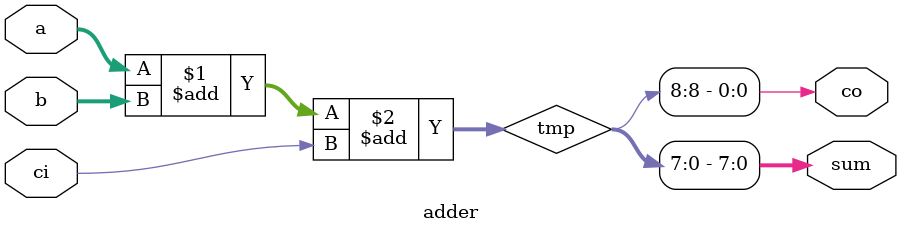
<source format=v>
module adder(a, b, ci, sum, co);
  input        ci;
  input  [7:0] a;
  input  [7:0] b;
  output [7:0] sum;
  output       co;
  wire   [8:0] tmp;

  assign tmp = a + b + ci;
  assign sum = tmp [7:0];
  assign co  = tmp [8];
endmodule

</source>
